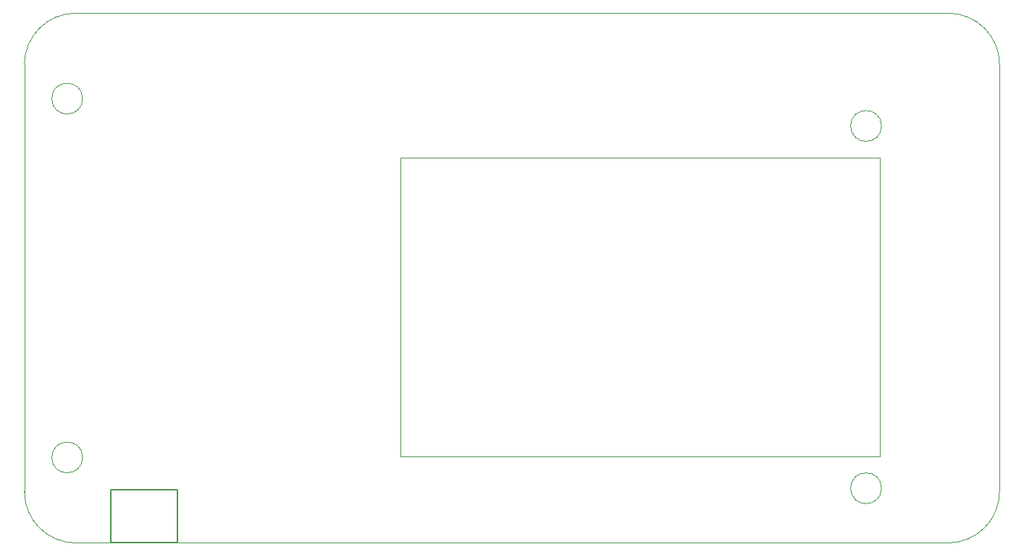
<source format=gm1>
G04 #@! TF.GenerationSoftware,KiCad,Pcbnew,(2017-02-02 revision 8dadc18)-makepkg*
G04 #@! TF.CreationDate,2017-03-13T12:53:18+03:00*
G04 #@! TF.ProjectId,Badge,42616467652E6B696361645F70636200,rev?*
G04 #@! TF.FileFunction,Profile,NP*
%FSLAX46Y46*%
G04 Gerber Fmt 4.6, Leading zero omitted, Abs format (unit mm)*
G04 Created by KiCad (PCBNEW (2017-02-02 revision 8dadc18)-makepkg) date 03/13/17 12:53:18*
%MOMM*%
%LPD*%
G01*
G04 APERTURE LIST*
%ADD10C,0.100000*%
%ADD11C,0.200000*%
%ADD12C,0.010000*%
G04 APERTURE END LIST*
D10*
D11*
X117900000Y-112000000D02*
X110100000Y-112000000D01*
X117900000Y-105800000D02*
X117900000Y-112000000D01*
X110100000Y-105800000D02*
X117900000Y-105800000D01*
X110100000Y-112000000D02*
X110100000Y-105800000D01*
D10*
X106800000Y-102000000D02*
G75*
G03X106800000Y-102000000I-1800000J0D01*
G01*
X106800000Y-60000000D02*
G75*
G03X106800000Y-60000000I-1800000J0D01*
G01*
X200200000Y-105600000D02*
G75*
G03X200200000Y-105600000I-1800000J0D01*
G01*
X200200000Y-63200000D02*
G75*
G03X200200000Y-63200000I-1800000J0D01*
G01*
D12*
X214000000Y-56000000D02*
X214000000Y-106000000D01*
X106000000Y-50000000D02*
X208000000Y-50000000D01*
X100000000Y-106000000D02*
X100000000Y-56000000D01*
X106000000Y-112000000D02*
X208000000Y-112000000D01*
X106000000Y-50000000D02*
G75*
G03X100000000Y-56000000I0J-6000000D01*
G01*
X100000000Y-106000000D02*
G75*
G03X106000000Y-112000000I6000000J0D01*
G01*
X208000000Y-112000000D02*
G75*
G03X214000000Y-106000000I0J6000000D01*
G01*
X214000000Y-56000000D02*
G75*
G03X208000000Y-50000000I-6000000J0D01*
G01*
D10*
X200000000Y-101900000D02*
X144000000Y-101900000D01*
X200000000Y-66900000D02*
X200000000Y-101900000D01*
X144000000Y-66900000D02*
X144000000Y-101900000D01*
X200000000Y-66900000D02*
X144000000Y-66900000D01*
M02*

</source>
